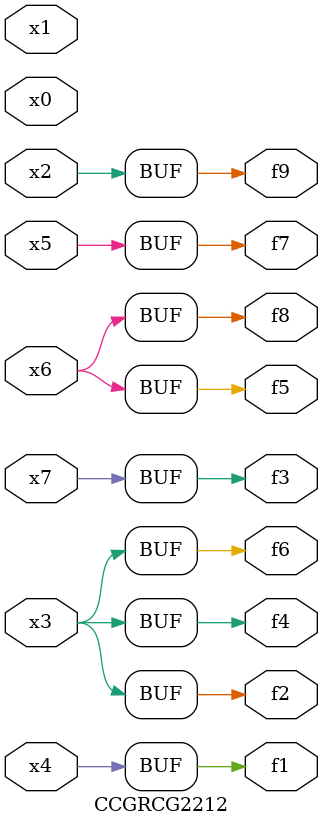
<source format=v>
module CCGRCG2212(
	input x0, x1, x2, x3, x4, x5, x6, x7,
	output f1, f2, f3, f4, f5, f6, f7, f8, f9
);
	assign f1 = x4;
	assign f2 = x3;
	assign f3 = x7;
	assign f4 = x3;
	assign f5 = x6;
	assign f6 = x3;
	assign f7 = x5;
	assign f8 = x6;
	assign f9 = x2;
endmodule

</source>
